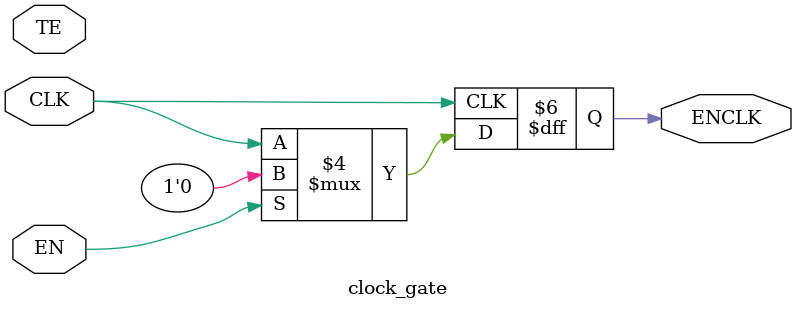
<source format=v>
module clock_gate(input CLK, input EN, input TE, output reg ENCLK);

always @(posedge CLK) begin
    if (EN == 1'b1) begin
        ENCLK <= 1'b0;
    end else begin
        ENCLK <= CLK;
    end
end

endmodule
</source>
